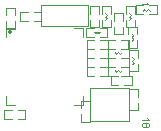
<source format=gbr>
G04 Layer_Color=65535*
%FSLAX25Y25*%
%MOIN*%
%TF.FileFunction,Legend,Top*%
%TF.Part,Single*%
G01*
G75*
%TA.AperFunction,NonConductor*%
%ADD33C,0.00600*%
%ADD34C,0.00300*%
%ADD35C,0.00200*%
%ADD36C,0.00400*%
G36*
X47480Y2540D02*
X47500D01*
X47527Y2536D01*
X47580Y2528D01*
X47646Y2513D01*
X47715Y2490D01*
X47784Y2463D01*
X47849Y2420D01*
X47853D01*
X47857Y2413D01*
X47876Y2397D01*
X47907Y2367D01*
X47941Y2328D01*
X47980Y2278D01*
X48018Y2217D01*
X48053Y2144D01*
X48079Y2063D01*
Y2067D01*
X48083Y2071D01*
X48091Y2094D01*
X48110Y2129D01*
X48129Y2171D01*
X48160Y2221D01*
X48195Y2267D01*
X48233Y2313D01*
X48279Y2351D01*
X48287Y2355D01*
X48302Y2367D01*
X48329Y2382D01*
X48368Y2397D01*
X48414Y2413D01*
X48467Y2428D01*
X48525Y2440D01*
X48590Y2444D01*
X48617D01*
X48636Y2440D01*
X48659Y2436D01*
X48686Y2432D01*
X48752Y2420D01*
X48825Y2397D01*
X48901Y2359D01*
X48943Y2340D01*
X48982Y2313D01*
X49020Y2282D01*
X49055Y2248D01*
X49059Y2244D01*
X49063Y2240D01*
X49074Y2228D01*
X49086Y2213D01*
X49097Y2190D01*
X49116Y2167D01*
X49132Y2140D01*
X49151Y2106D01*
X49185Y2033D01*
X49212Y1940D01*
X49235Y1837D01*
X49239Y1783D01*
X49243Y1722D01*
Y1718D01*
Y1706D01*
Y1691D01*
X49239Y1668D01*
Y1637D01*
X49231Y1606D01*
X49220Y1530D01*
X49197Y1445D01*
X49162Y1357D01*
X49139Y1311D01*
X49116Y1268D01*
X49086Y1226D01*
X49051Y1188D01*
X49047Y1184D01*
X49043Y1180D01*
X49032Y1169D01*
X49016Y1157D01*
X48997Y1142D01*
X48974Y1123D01*
X48921Y1084D01*
X48851Y1050D01*
X48771Y1015D01*
X48682Y992D01*
X48632Y988D01*
X48583Y984D01*
X48552D01*
X48521Y988D01*
X48479Y996D01*
X48429Y1007D01*
X48379Y1023D01*
X48325Y1046D01*
X48275Y1077D01*
X48272Y1080D01*
X48256Y1092D01*
X48233Y1115D01*
X48202Y1146D01*
X48172Y1184D01*
X48141Y1234D01*
X48106Y1292D01*
X48079Y1357D01*
Y1353D01*
X48076Y1345D01*
X48072Y1334D01*
X48064Y1318D01*
X48045Y1276D01*
X48022Y1226D01*
X47987Y1169D01*
X47945Y1111D01*
X47891Y1053D01*
X47834Y1003D01*
X47826Y1000D01*
X47803Y984D01*
X47769Y965D01*
X47719Y942D01*
X47661Y919D01*
X47592Y900D01*
X47515Y884D01*
X47431Y881D01*
X47400D01*
X47377Y884D01*
X47350Y888D01*
X47315Y892D01*
X47239Y907D01*
X47154Y938D01*
X47108Y954D01*
X47062Y977D01*
X47016Y1003D01*
X46970Y1034D01*
X46927Y1069D01*
X46885Y1111D01*
X46881Y1115D01*
X46878Y1123D01*
X46866Y1134D01*
X46851Y1153D01*
X46835Y1176D01*
X46816Y1203D01*
X46797Y1234D01*
X46778Y1272D01*
X46755Y1315D01*
X46736Y1361D01*
X46716Y1411D01*
X46701Y1464D01*
X46686Y1518D01*
X46674Y1579D01*
X46670Y1645D01*
X46666Y1714D01*
Y1718D01*
Y1729D01*
Y1749D01*
X46670Y1775D01*
X46674Y1806D01*
X46678Y1845D01*
X46686Y1883D01*
X46693Y1929D01*
X46720Y2025D01*
X46739Y2075D01*
X46759Y2125D01*
X46786Y2175D01*
X46812Y2225D01*
X46847Y2271D01*
X46885Y2317D01*
X46889Y2321D01*
X46897Y2328D01*
X46908Y2336D01*
X46924Y2351D01*
X46947Y2371D01*
X46974Y2390D01*
X47004Y2409D01*
X47039Y2428D01*
X47077Y2451D01*
X47120Y2470D01*
X47212Y2509D01*
X47265Y2524D01*
X47319Y2532D01*
X47377Y2540D01*
X47438Y2543D01*
X47461D01*
X47480Y2540D01*
D02*
G37*
G36*
X48610Y4256D02*
X48613Y4248D01*
X48621Y4233D01*
X48632Y4218D01*
X48644Y4195D01*
X48656Y4168D01*
X48690Y4106D01*
X48732Y4037D01*
X48782Y3960D01*
X48840Y3884D01*
X48901Y3811D01*
X48905Y3807D01*
X48909Y3803D01*
X48932Y3780D01*
X48967Y3745D01*
X49009Y3703D01*
X49063Y3657D01*
X49120Y3611D01*
X49182Y3569D01*
X49243Y3534D01*
Y3331D01*
X46709D01*
Y3642D01*
X48682D01*
X48679Y3645D01*
X48663Y3661D01*
X48644Y3688D01*
X48617Y3722D01*
X48583Y3765D01*
X48548Y3814D01*
X48506Y3872D01*
X48467Y3937D01*
Y3941D01*
X48463Y3945D01*
X48448Y3968D01*
X48429Y4003D01*
X48406Y4045D01*
X48379Y4095D01*
X48356Y4149D01*
X48329Y4206D01*
X48306Y4260D01*
X48610D01*
Y4256D01*
D02*
G37*
G36*
X48346Y42626D02*
X48349Y42618D01*
X48357Y42603D01*
X48369Y42588D01*
X48380Y42565D01*
X48392Y42538D01*
X48426Y42476D01*
X48469Y42407D01*
X48518Y42330D01*
X48576Y42254D01*
X48638Y42181D01*
X48641Y42177D01*
X48645Y42173D01*
X48668Y42150D01*
X48703Y42115D01*
X48745Y42073D01*
X48799Y42027D01*
X48856Y41981D01*
X48918Y41939D01*
X48979Y41904D01*
Y41701D01*
X46445D01*
Y42012D01*
X48419D01*
X48415Y42015D01*
X48399Y42031D01*
X48380Y42058D01*
X48353Y42092D01*
X48319Y42135D01*
X48284Y42184D01*
X48242Y42242D01*
X48204Y42307D01*
Y42311D01*
X48200Y42315D01*
X48184Y42338D01*
X48165Y42373D01*
X48142Y42415D01*
X48115Y42465D01*
X48092Y42519D01*
X48065Y42576D01*
X48042Y42630D01*
X48346D01*
Y42626D01*
D02*
G37*
%LPC*%
G36*
X47434Y2225D02*
X47411D01*
X47388Y2221D01*
X47354Y2217D01*
X47315Y2209D01*
X47269Y2198D01*
X47223Y2182D01*
X47177Y2163D01*
X47173Y2159D01*
X47158Y2152D01*
X47135Y2136D01*
X47108Y2117D01*
X47077Y2090D01*
X47043Y2059D01*
X47012Y2021D01*
X46985Y1979D01*
X46981Y1971D01*
X46974Y1956D01*
X46966Y1933D01*
X46954Y1898D01*
X46939Y1856D01*
X46931Y1814D01*
X46924Y1764D01*
X46920Y1710D01*
Y1706D01*
Y1699D01*
Y1687D01*
X46924Y1672D01*
X46927Y1633D01*
X46939Y1579D01*
X46954Y1522D01*
X46981Y1460D01*
X47016Y1403D01*
X47062Y1345D01*
X47070Y1338D01*
X47089Y1322D01*
X47120Y1299D01*
X47162Y1272D01*
X47212Y1245D01*
X47277Y1222D01*
X47346Y1207D01*
X47427Y1199D01*
X47450D01*
X47465Y1203D01*
X47504Y1207D01*
X47557Y1219D01*
X47615Y1234D01*
X47676Y1261D01*
X47738Y1299D01*
X47795Y1349D01*
X47803Y1357D01*
X47818Y1376D01*
X47842Y1407D01*
X47872Y1449D01*
X47899Y1503D01*
X47922Y1568D01*
X47938Y1641D01*
X47945Y1722D01*
Y1725D01*
Y1729D01*
Y1741D01*
X47941Y1756D01*
X47938Y1798D01*
X47926Y1848D01*
X47911Y1906D01*
X47884Y1967D01*
X47849Y2025D01*
X47799Y2083D01*
X47791Y2090D01*
X47772Y2106D01*
X47742Y2129D01*
X47699Y2152D01*
X47646Y2179D01*
X47584Y2202D01*
X47511Y2217D01*
X47434Y2225D01*
D02*
G37*
G36*
X48602Y2125D02*
X48571D01*
X48540Y2117D01*
X48498Y2109D01*
X48452Y2098D01*
X48406Y2079D01*
X48356Y2052D01*
X48310Y2013D01*
X48306Y2010D01*
X48295Y1994D01*
X48275Y1967D01*
X48256Y1933D01*
X48233Y1891D01*
X48218Y1837D01*
X48202Y1779D01*
X48199Y1714D01*
Y1710D01*
Y1706D01*
Y1683D01*
X48206Y1653D01*
X48214Y1610D01*
X48226Y1564D01*
X48245Y1514D01*
X48272Y1464D01*
X48310Y1418D01*
X48314Y1414D01*
X48329Y1399D01*
X48352Y1380D01*
X48387Y1361D01*
X48425Y1338D01*
X48475Y1322D01*
X48529Y1307D01*
X48586Y1303D01*
X48613D01*
X48648Y1311D01*
X48686Y1318D01*
X48728Y1334D01*
X48778Y1353D01*
X48825Y1384D01*
X48871Y1422D01*
X48874Y1426D01*
X48890Y1441D01*
X48909Y1468D01*
X48932Y1503D01*
X48951Y1545D01*
X48970Y1595D01*
X48986Y1649D01*
X48990Y1714D01*
Y1718D01*
Y1722D01*
Y1745D01*
X48982Y1775D01*
X48974Y1818D01*
X48963Y1864D01*
X48940Y1914D01*
X48913Y1963D01*
X48874Y2010D01*
X48871Y2013D01*
X48855Y2029D01*
X48828Y2044D01*
X48798Y2067D01*
X48759Y2086D01*
X48709Y2106D01*
X48659Y2121D01*
X48602Y2125D01*
D02*
G37*
%LPD*%
D33*
X3097Y32844D02*
G03*
X3097Y32844I-500J0D01*
G01*
D34*
X1402Y34039D02*
X4354D01*
X1402Y31087D02*
Y34039D01*
Y8449D02*
Y11402D01*
Y8449D02*
X4354D01*
X24039D02*
X26992D01*
Y11402D01*
Y31087D02*
Y34039D01*
X24039D02*
X26992D01*
X32594Y31299D02*
X35094D01*
Y34299D01*
X32594D02*
X35094D01*
X28095Y31299D02*
X30595D01*
X28095D02*
Y34299D01*
X30595D01*
X30895Y32399D02*
X32294D01*
X30895D02*
Y32999D01*
X32294D01*
Y32399D02*
Y32999D01*
X30595Y32699D02*
X30895D01*
X32294D02*
X32594D01*
X28532Y34779D02*
Y41787D01*
X13020Y34779D02*
X28532D01*
X13020D02*
Y41787D01*
X28532D01*
X41945Y27606D02*
Y30106D01*
Y27606D02*
X44945D01*
Y30106D01*
X41945Y32106D02*
Y34606D01*
X44945D01*
Y32106D02*
Y34606D01*
X44197Y38957D02*
Y41457D01*
X41197D02*
X44197D01*
X41197Y38957D02*
Y41457D01*
X44197Y34457D02*
Y36957D01*
X41197Y34457D02*
X44197D01*
X41197D02*
Y36957D01*
X49012Y38740D02*
X51512D01*
Y41740D01*
X49012D02*
X51512D01*
X44512Y38740D02*
X47012D01*
X44512D02*
Y41740D01*
X47012D01*
X45197Y24244D02*
Y26744D01*
X42197D02*
X45197D01*
X42197Y24244D02*
Y26744D01*
X45197Y19744D02*
Y22244D01*
X42197Y19744D02*
X45197D01*
X42197D02*
Y22244D01*
X35197Y21244D02*
X37697D01*
X35197Y18244D02*
Y21244D01*
Y18244D02*
X37697D01*
X39697Y21244D02*
X42197D01*
Y18244D02*
Y21244D01*
X39697Y18244D02*
X42197D01*
X39697Y24244D02*
X42197D01*
Y27244D01*
X39697D02*
X42197D01*
X35197Y24244D02*
X37697D01*
X35197D02*
Y27244D01*
X37697D01*
X33189Y34457D02*
Y36957D01*
Y34457D02*
X36189D01*
Y36957D01*
X33189Y38957D02*
Y41457D01*
X36189D01*
Y38957D02*
Y41457D01*
X6008Y39535D02*
X8508D01*
X6008Y36535D02*
Y39535D01*
Y36535D02*
X8508D01*
X10508Y39535D02*
X13008D01*
Y36535D02*
Y39535D01*
X10508Y36535D02*
X13008D01*
X1276Y33866D02*
Y36366D01*
Y33866D02*
X4276D01*
Y36366D01*
X1276Y38366D02*
Y40866D01*
X4276D01*
Y38366D02*
Y40866D01*
X32697Y24244D02*
X35197D01*
Y27244D01*
X32697D02*
X35197D01*
X28197Y24244D02*
X30697D01*
X28197D02*
Y27244D01*
X30697D01*
X28197Y30244D02*
X30697D01*
X28197Y27244D02*
Y30244D01*
Y27244D02*
X30697D01*
X32697Y30244D02*
X35197D01*
Y27244D02*
Y30244D01*
X32697Y27244D02*
X35197D01*
X37181Y32094D02*
Y34595D01*
Y32094D02*
X40181D01*
Y34595D01*
X37181Y36595D02*
Y39094D01*
X40181D01*
Y36595D02*
Y39094D01*
X32189Y38957D02*
Y41457D01*
X29189D02*
X32189D01*
X29189Y38957D02*
Y41457D01*
X32189Y34457D02*
Y36957D01*
X29189Y34457D02*
X32189D01*
X29189D02*
Y36957D01*
X35197Y30244D02*
X37697D01*
X35197Y27244D02*
Y30244D01*
Y27244D02*
X37697D01*
X39697Y30244D02*
X42197D01*
Y27244D02*
Y30244D01*
X39697Y27244D02*
X42197D01*
X35197Y24244D02*
X37697D01*
X35197Y21244D02*
Y24244D01*
Y21244D02*
X37697D01*
X39697Y24244D02*
X42197D01*
Y21244D02*
Y24244D01*
X39697Y21244D02*
X42197D01*
X40705Y15236D02*
X43205D01*
Y18236D01*
X40705D02*
X43205D01*
X36205Y15236D02*
X38705D01*
X36205D02*
Y18236D01*
X38705D01*
X28197Y21244D02*
X30697D01*
X28197Y18244D02*
Y21244D01*
Y18244D02*
X30697D01*
X32697Y21244D02*
X35197D01*
Y18244D02*
Y21244D01*
X32697Y18244D02*
X35197D01*
X42197Y6744D02*
Y9244D01*
Y6744D02*
X45197D01*
Y9244D01*
X42197Y11244D02*
Y13744D01*
X45197D01*
Y11244D02*
Y13744D01*
X28197Y24244D02*
X30697D01*
X28197Y21244D02*
Y24244D01*
Y21244D02*
X30697D01*
X32697Y24244D02*
X35197D01*
Y21244D02*
Y24244D01*
X32697Y21244D02*
X35197D01*
X5197Y3744D02*
X7697D01*
Y6744D01*
X5197D02*
X7697D01*
X697Y3744D02*
X3197D01*
X697D02*
Y6744D01*
X3197D01*
X26354Y2921D02*
Y5421D01*
Y2921D02*
X29354D01*
Y5421D01*
X26354Y7421D02*
Y9921D01*
X29354D01*
Y7421D02*
Y9921D01*
D35*
X43126Y29891D02*
X43726Y30491D01*
X43126Y31091D02*
X43726Y30491D01*
X43126Y31091D02*
X43726Y31691D01*
X43126Y32291D02*
X43726Y31691D01*
X42378Y39142D02*
X42978Y38542D01*
X42378Y37942D02*
X42978Y38542D01*
X42378Y37942D02*
X42978Y37342D01*
X42378Y36742D02*
X42978Y37342D01*
X48627Y40521D02*
X49227Y39921D01*
X48027D02*
X48627Y40521D01*
X47427D02*
X48027Y39921D01*
X46827D02*
X47427Y40521D01*
X43378Y24429D02*
X43978Y23829D01*
X43378Y23229D02*
X43978Y23829D01*
X43378Y23229D02*
X43978Y22629D01*
X43378Y22029D02*
X43978Y22629D01*
X37482Y20063D02*
X38082Y19463D01*
X38682Y20063D01*
X39282Y19463D01*
X39882Y20063D01*
X39282Y25463D02*
X39882Y26063D01*
X38682D02*
X39282Y25463D01*
X38082D02*
X38682Y26063D01*
X37482D02*
X38082Y25463D01*
X34370Y36742D02*
X34970Y37342D01*
X34370Y37942D02*
X34970Y37342D01*
X34370Y37942D02*
X34970Y38542D01*
X34370Y39142D02*
X34970Y38542D01*
D36*
X29268Y3323D02*
Y14323D01*
Y3323D02*
X42268D01*
Y14323D01*
X29268D02*
X42268D01*
%TF.MD5,902e8bf105e23def54bba94d9b93c26a*%
M02*

</source>
